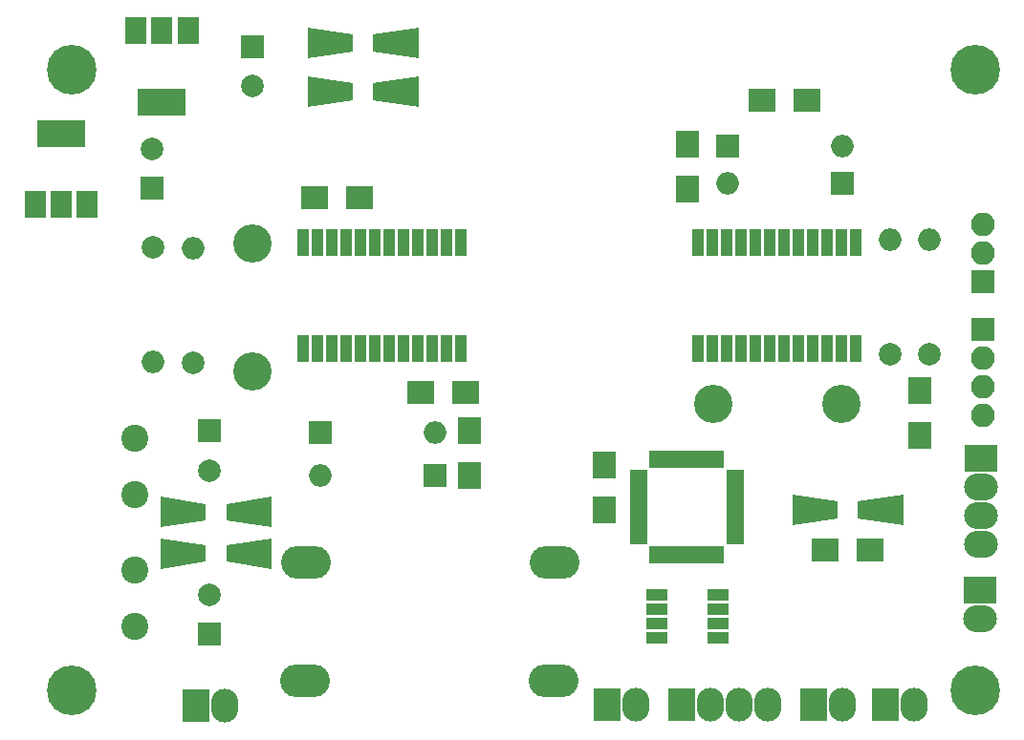
<source format=gts>
G04 #@! TF.FileFunction,Soldermask,Top*
%FSLAX46Y46*%
G04 Gerber Fmt 4.6, Leading zero omitted, Abs format (unit mm)*
G04 Created by KiCad (PCBNEW 4.0.2+dfsg1-stable) date sam. 06 janv. 2018 03:07:49 CET*
%MOMM*%
G01*
G04 APERTURE LIST*
%ADD10C,0.100000*%
%ADD11C,2.000000*%
%ADD12O,2.000000X2.000000*%
%ADD13R,2.400000X3.000000*%
%ADD14O,2.400000X3.000000*%
%ADD15R,1.000000X2.400000*%
%ADD16R,2.000000X2.000000*%
%ADD17R,2.400000X2.000000*%
%ADD18O,4.400000X2.900000*%
%ADD19R,2.100000X2.100000*%
%ADD20O,2.100000X2.100000*%
%ADD21R,3.000000X2.400000*%
%ADD22O,3.000000X2.400000*%
%ADD23R,2.100000X2.400000*%
%ADD24R,2.400000X2.100000*%
%ADD25R,1.000000X1.600000*%
%ADD26R,1.600000X1.000000*%
%ADD27C,2.400000*%
%ADD28R,4.200000X2.400000*%
%ADD29R,1.900000X2.400000*%
%ADD30R,1.950000X1.000000*%
%ADD31C,3.400000*%
%ADD32O,3.400000X3.400000*%
%ADD33C,4.400000*%
%ADD34R,2.000000X2.400000*%
G04 APERTURE END LIST*
D10*
D11*
X130500000Y-115250000D03*
D12*
X130500000Y-105090000D03*
D13*
X112014000Y-146304000D03*
D14*
X114554000Y-146304000D03*
X117094000Y-146304000D03*
X119634000Y-146304000D03*
D15*
X113515000Y-114700000D03*
X114785000Y-114700000D03*
X116055000Y-114700000D03*
X117325000Y-114700000D03*
X118595000Y-114700000D03*
X119865000Y-114700000D03*
X121135000Y-114700000D03*
X122405000Y-114700000D03*
X123675000Y-114700000D03*
X124945000Y-114700000D03*
X126215000Y-114700000D03*
X127485000Y-114700000D03*
X127485000Y-105300000D03*
X126215000Y-105300000D03*
X124945000Y-105300000D03*
X123675000Y-105300000D03*
X122405000Y-105300000D03*
X121135000Y-105300000D03*
X119865000Y-105300000D03*
X118595000Y-105300000D03*
X117325000Y-105300000D03*
X116055000Y-105300000D03*
X114785000Y-105300000D03*
X113515000Y-105300000D03*
D16*
X70256400Y-122002800D03*
D11*
X70256400Y-125502800D03*
D16*
X74027100Y-87949200D03*
D11*
X74027100Y-91449200D03*
D16*
X65113700Y-100472600D03*
D11*
X65113700Y-96972600D03*
D17*
X79534000Y-101346000D03*
X83534000Y-101346000D03*
D10*
G36*
X121846000Y-130382000D02*
X121846000Y-127682000D01*
X125846000Y-128282000D01*
X125846000Y-129782000D01*
X121846000Y-130382000D01*
X121846000Y-130382000D01*
G37*
G36*
X131646000Y-127682000D02*
X131646000Y-130382000D01*
X127646000Y-129782000D01*
X127646000Y-128282000D01*
X131646000Y-127682000D01*
X131646000Y-127682000D01*
G37*
G36*
X75715200Y-127866400D02*
X75715200Y-130566400D01*
X71715200Y-129966400D01*
X71715200Y-128466400D01*
X75715200Y-127866400D01*
X75715200Y-127866400D01*
G37*
G36*
X65915200Y-130566400D02*
X65915200Y-127866400D01*
X69915200Y-128466400D01*
X69915200Y-129966400D01*
X65915200Y-130566400D01*
X65915200Y-130566400D01*
G37*
G36*
X88720000Y-86280000D02*
X88720000Y-88980000D01*
X84720000Y-88380000D01*
X84720000Y-86880000D01*
X88720000Y-86280000D01*
X88720000Y-86280000D01*
G37*
G36*
X78920000Y-88980000D02*
X78920000Y-86280000D01*
X82920000Y-86880000D01*
X82920000Y-88380000D01*
X78920000Y-88980000D01*
X78920000Y-88980000D01*
G37*
G36*
X78920000Y-93298000D02*
X78920000Y-90598000D01*
X82920000Y-91198000D01*
X82920000Y-92698000D01*
X78920000Y-93298000D01*
X78920000Y-93298000D01*
G37*
G36*
X88720000Y-90598000D02*
X88720000Y-93298000D01*
X84720000Y-92698000D01*
X84720000Y-91198000D01*
X88720000Y-90598000D01*
X88720000Y-90598000D01*
G37*
D18*
X78766000Y-133711000D03*
X100766000Y-133711000D03*
D13*
X123698000Y-146304000D03*
D14*
X126238000Y-146304000D03*
D13*
X69037200Y-146354800D03*
D14*
X71577200Y-146354800D03*
D19*
X138750000Y-108750000D03*
D20*
X138750000Y-106210000D03*
X138750000Y-103670000D03*
D13*
X105410000Y-146304000D03*
D14*
X107950000Y-146304000D03*
D21*
X138430000Y-136144000D03*
D22*
X138430000Y-138684000D03*
D13*
X130048000Y-146304000D03*
D14*
X132588000Y-146304000D03*
D21*
X138582400Y-124460000D03*
D22*
X138582400Y-127000000D03*
X138582400Y-129540000D03*
X138582400Y-132080000D03*
D23*
X133096000Y-122396000D03*
X133096000Y-118396000D03*
D24*
X124746000Y-132588000D03*
X128746000Y-132588000D03*
D23*
X105156000Y-125000000D03*
X105156000Y-129000000D03*
D24*
X119158000Y-92710000D03*
X123158000Y-92710000D03*
D15*
X92485000Y-105300000D03*
X91215000Y-105300000D03*
X89945000Y-105300000D03*
X88675000Y-105300000D03*
X87405000Y-105300000D03*
X86135000Y-105300000D03*
X84865000Y-105300000D03*
X83595000Y-105300000D03*
X82325000Y-105300000D03*
X81055000Y-105300000D03*
X79785000Y-105300000D03*
X78515000Y-105300000D03*
X78515000Y-114700000D03*
X79785000Y-114700000D03*
X81055000Y-114700000D03*
X82325000Y-114700000D03*
X83595000Y-114700000D03*
X84865000Y-114700000D03*
X86135000Y-114700000D03*
X87405000Y-114700000D03*
X88675000Y-114700000D03*
X89945000Y-114700000D03*
X91215000Y-114700000D03*
X92485000Y-114700000D03*
D25*
X109700000Y-133000000D03*
X110500000Y-133000000D03*
X111300000Y-133000000D03*
X112100000Y-133000000D03*
X112900000Y-133000000D03*
X113700000Y-133000000D03*
X114500000Y-133000000D03*
X115300000Y-133000000D03*
D26*
X116750000Y-131550000D03*
X116750000Y-130750000D03*
X116750000Y-129950000D03*
X116750000Y-129150000D03*
X116750000Y-128350000D03*
X116750000Y-127550000D03*
X116750000Y-126750000D03*
X116750000Y-125950000D03*
D25*
X115300000Y-124500000D03*
X114500000Y-124500000D03*
X113700000Y-124500000D03*
X112900000Y-124500000D03*
X112100000Y-124500000D03*
X111300000Y-124500000D03*
X110500000Y-124500000D03*
X109700000Y-124500000D03*
D26*
X108250000Y-125950000D03*
X108250000Y-126750000D03*
X108250000Y-127550000D03*
X108250000Y-128350000D03*
X108250000Y-129150000D03*
X108250000Y-129950000D03*
X108250000Y-130750000D03*
X108250000Y-131550000D03*
D27*
X63645200Y-122637600D03*
X63645200Y-127637600D03*
D28*
X66027100Y-92849200D03*
D29*
X66027100Y-86549200D03*
X63727100Y-86549200D03*
X68327100Y-86549200D03*
D28*
X57086500Y-95617900D03*
D29*
X57086500Y-101917900D03*
X59386500Y-101917900D03*
X54786500Y-101917900D03*
D30*
X115222000Y-140335000D03*
X115222000Y-139065000D03*
X115222000Y-137795000D03*
X115222000Y-136525000D03*
X109822000Y-136525000D03*
X109822000Y-137795000D03*
X109822000Y-139065000D03*
X109822000Y-140335000D03*
D16*
X70256400Y-140036800D03*
D11*
X70256400Y-136536800D03*
D16*
X126238000Y-100076000D03*
D12*
X116078000Y-100076000D03*
D16*
X116078000Y-96774000D03*
D12*
X126238000Y-96774000D03*
D10*
G36*
X75715200Y-131524000D02*
X75715200Y-134224000D01*
X71715200Y-133624000D01*
X71715200Y-132124000D01*
X75715200Y-131524000D01*
X75715200Y-131524000D01*
G37*
G36*
X65915200Y-134224000D02*
X65915200Y-131524000D01*
X69915200Y-132124000D01*
X69915200Y-133624000D01*
X65915200Y-134224000D01*
X65915200Y-134224000D01*
G37*
D18*
X78715200Y-144144600D03*
X100715200Y-144144600D03*
D11*
X134000000Y-115250000D03*
D12*
X134000000Y-105090000D03*
D11*
X65250000Y-105750000D03*
D12*
X65250000Y-115910000D03*
D31*
X114808000Y-119634000D03*
D32*
X126208000Y-119634000D03*
D31*
X74015600Y-105359200D03*
D32*
X74015600Y-116759200D03*
D33*
X138000000Y-145000000D03*
X58000000Y-145000000D03*
X138000000Y-90000000D03*
X58000000Y-90000000D03*
D27*
X63645200Y-134349600D03*
X63645200Y-139349600D03*
D34*
X112522000Y-100552000D03*
X112522000Y-96552000D03*
D17*
X88932000Y-118618000D03*
X92932000Y-118618000D03*
D16*
X90170000Y-125984000D03*
D12*
X80010000Y-125984000D03*
D16*
X80010000Y-122174000D03*
D12*
X90170000Y-122174000D03*
D11*
X68750000Y-116000000D03*
D12*
X68750000Y-105840000D03*
D23*
X93218000Y-121952000D03*
X93218000Y-125952000D03*
D19*
X138684000Y-113030000D03*
D20*
X138684000Y-115570000D03*
X138684000Y-118110000D03*
X138684000Y-120650000D03*
M02*

</source>
